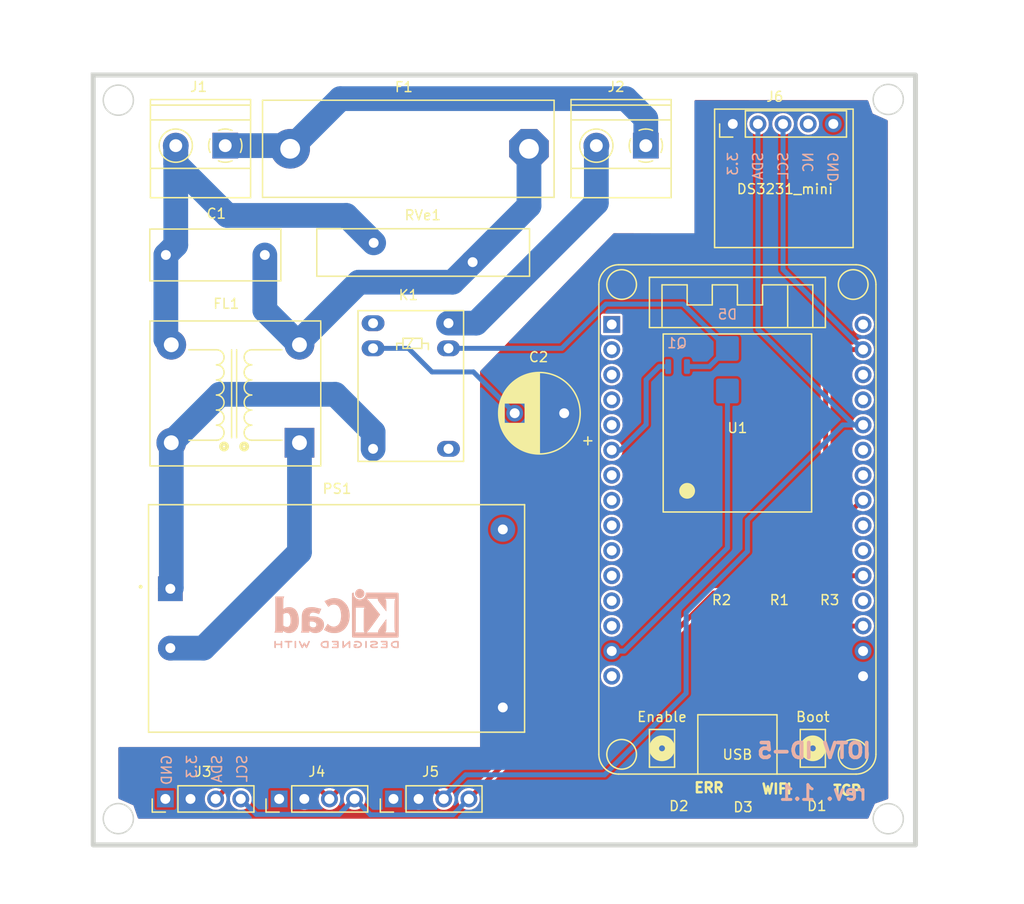
<source format=kicad_pcb>
(kicad_pcb (version 20221018) (generator pcbnew)
  (title_block (title "IOTV_ID-5") (date "2023-03-20") (company "Вербкин М.С."))
  (layers (0 "F.Cu" signal) (31 "B.Cu" signal) (34 "B.Paste" user) (35 "F.Paste" user) (36 "B.SilkS" user "B.Silkscreen") (37 "F.SilkS" user "F.Silkscreen") (38 "B.Mask" user) (39 "F.Mask" user) (44 "Edge.Cuts" user))
  (net 0 "")
  (net 1 "GND")
  (net 2 "+3V")
  (net 3 "RELEAY")
  (net 4 "~220")
  (net 5 "Net-(D2-A)")
  (net 6 "Net-(D3-A)")
  (net 7 "SDA")
  (net 8 "SCL")
  (net 9 "Net-(D1-A)")
  (net 10 "Net-(D5-K)")
  (net 12 "HLK-AC1{slash}J2-2")
  (net 13 "Реле-выход{slash}J2-1")
  (net 14 "J1-2")
  (net 15 "J1-1{slash}J2-1")
  (net 16 "HLK-AC2{slash}J1-2")
  (net 39 "Net-(U1-IO4)")
  (net 40 "Net-(U1-IO5)")
  (net 41 "Net-(U1-IO15)")
  (footprint "Capacitor_THT:C_Rect_L13.0mm_W5.0mm_P10.00mm_FKS3_FKP3_MKS4" (layer "F.Cu") (at 118.944 66.454 180)
    (fp_text reference "C1" (at 4.9 4.18) (layer "F.SilkS"))
    (fp_text value "C_Generic")
    (pad "1" thru_hole circle (at 0 0 180) (size 2 2) (drill 1) (layers "*.Cu" "*.Mask") (net 4 "~220"))
    (pad "2" thru_hole circle (at 10 0 180) (size 2 2) (drill 1) (layers "*.Cu" "*.Mask") (net 14 "J1-2"))
  )
  (footprint "LED_SMD:LED_0603_1608Metric" (layer "F.Cu") (at 163.83 122.174)
    (fp_text reference "D2" (at -3.048 0) (layer "F.SilkS"))
    (fp_text value "LED")
    (pad "1" smd roundrect (at -0.7875 0) (size 0.875 0.95) (layers "F.Cu" "F.Paste" "F.Mask") (net 1 "GND"))
    (pad "2" smd roundrect (at 0.7875 0) (size 0.875 0.95) (layers "F.Cu" "F.Paste" "F.Mask") (net 5 "Net-(D2-A)"))
  )
  (footprint "Connector_PinHeader_2.54mm:PinHeader_1x04_P2.54mm_Vertical" (layer "F.Cu") (at 108.894 121.454 90)
    (fp_text reference "J3" (at 2.75 3.8 180) (layer "F.SilkS"))
    (fp_text value "Conn_01x04")
    (pad "1" thru_hole rect (at 0 0 90) (size 1.7 1.7) (drill 1) (layers "*.Cu" "*.Mask") (net 1 "GND"))
    (pad "2" thru_hole oval (at 0 2.54 90) (size 1.7 1.7) (drill 1) (layers "*.Cu" "*.Mask") (net 2 "+3V"))
    (pad "3" thru_hole oval (at 0 5.08 90) (size 1.7 1.7) (drill 1) (layers "*.Cu" "*.Mask") (net 7 "SDA"))
    (pad "4" thru_hole oval (at 0 7.62 90) (size 1.7 1.7) (drill 1) (layers "*.Cu" "*.Mask") (net 8 "SCL"))
  )
  (footprint "Connector_PinHeader_2.54mm:PinHeader_1x04_P2.54mm_Vertical" (layer "F.Cu") (at 131.944 121.454 90)
    (fp_text reference "J5" (at 2.75 3.75 180) (layer "F.SilkS"))
    (fp_text value "Conn_01x04")
    (pad "1" thru_hole rect (at 0 0 90) (size 1.7 1.7) (drill 1) (layers "*.Cu" "*.Mask") (net 1 "GND"))
    (pad "2" thru_hole oval (at 0 2.54 90) (size 1.7 1.7) (drill 1) (layers "*.Cu" "*.Mask") (net 2 "+3V"))
    (pad "3" thru_hole oval (at 0 5.08 90) (size 1.7 1.7) (drill 1) (layers "*.Cu" "*.Mask") (net 7 "SDA"))
    (pad "4" thru_hole oval (at 0 7.62 90) (size 1.7 1.7) (drill 1) (layers "*.Cu" "*.Mask") (net 8 "SCL"))
  )
  (footprint "PCM_Resistor_SMD_AKL:R_1206_3216Metric" (layer "F.Cu") (at 176.022 105.41 -90)
    (fp_text reference "R3" (at -4.064 0 -180) (layer "F.SilkS"))
    (fp_text value "0R_0603" hide)
    (pad "1" smd roundrect (at -1.4625 0 270) (size 1.125 1.75) (layers "F.Cu" "F.Paste" "F.Mask") (roundrect_rratio 0.2222222222) (net 41 "Net-(U1-IO15)"))
    (pad "2" smd roundrect (at 1.4625 0 270) (size 1.125 1.75) (layers "F.Cu" "F.Paste" "F.Mask") (roundrect_rratio 0.2222222222) (net 9 "Net-(D1-A)"))
  )
  (footprint "Fuse:Fuseholder_Cylinder-5x20mm_Schurter_0031_8201_Horizontal_Open_v2" (layer "F.Cu") (at 121.506 55.719)
    (fp_text reference "F1" (at 11.489 -6.241) (layer "F.SilkS"))
    (fp_text value "0.5")
    (pad "1" thru_hole circle (at 0 0) (size 4 4) (drill 2) (layers "*.Cu" "*.Mask") (net 15 "J1-1{slash}J2-1"))
    (pad "2" thru_hole custom (at 24.13 0) (size 4 4) (drill 2) (layers "*.Cu" "*.Mask") (net 4 "~220") (options (clearance convexhull) (anchor circle)) (primitives (gr_poly (pts (xy 1.95 0.807717) (xy 0.807717 1.95) (xy -0.807717 1.95) (xy -1.95 0.807717) (xy -1.95 -0.807717) (xy -0.807717 -1.95) (xy 0.807717 -1.95) (xy 1.95 -0.807717)) (width 0.1) (fill yes))))
  )
  (footprint "Converter_ACDC:CONV_HLK-5M05" (layer "F.Cu") (at 126.194 103.204)
    (fp_text reference "PS1" (at 0.044 -13.1102) (layer "F.SilkS"))
    (fp_text value "HLK-5M05")
    (pad "1" thru_hole rect (at -16.8 -3) (size 2.5 2.5) (drill 1) (layers "*.Cu" "*.Mask") (net 16 "HLK-AC2{slash}J1-2"))
    (pad "2" thru_hole circle (at -16.8 3) (size 2.5 2.5) (drill 1) (layers "*.Cu" "*.Mask") (net 12 "HLK-AC1{slash}J2-2"))
    (pad "3" thru_hole circle (at 16.8 -9) (size 2.5 2.5) (drill 1) (layers "*.Cu" "*.Mask") (net 1 "GND"))
    (pad "4" thru_hole circle (at 16.8 9) (size 2.5 2.5) (drill 1) (layers "*.Cu" "*.Mask") (net 2 "+3V"))
  )
  (footprint "LED_SMD:LED_0603_1608Metric" (layer "F.Cu") (at 177.8 122.174)
    (fp_text reference "D1" (at -3.07 -0.01) (layer "F.SilkS"))
    (fp_text value "LED")
    (pad "1" smd roundrect (at -0.7875 0) (size 0.875 0.95) (layers "F.Cu" "F.Paste" "F.Mask") (net 1 "GND"))
    (pad "2" smd roundrect (at 0.7875 0) (size 0.875 0.95) (layers "F.Cu" "F.Paste" "F.Mask") (net 9 "Net-(D1-A)"))
  )
  (footprint "PCM_Resistor_SMD_AKL:R_1206_3216Metric" (layer "F.Cu") (at 165.1 105.41 -90)
    (fp_text reference "R2" (at -4.064 0 -180) (layer "F.SilkS"))
    (fp_text value "0R_0603" hide)
    (pad "1" smd roundrect (at -1.4625 0 270) (size 1.125 1.75) (layers "F.Cu" "F.Paste" "F.Mask") (roundrect_rratio 0.2222222222) (net 40 "Net-(U1-IO5)"))
    (pad "2" smd roundrect (at 1.4625 0 270) (size 1.125 1.75) (layers "F.Cu" "F.Paste" "F.Mask") (roundrect_rratio 0.2222222222) (net 5 "Net-(D2-A)"))
  )
  (footprint "TerminalBlock_Phoenix:TerminalBlock_Phoenix_MKDS-1,5-2_1x02_P5.00mm_Horizontal" (layer "F.Cu") (at 114.944 55.399 180)
    (fp_text reference "J1" (at 2.691 5.945) (layer "F.SilkS"))
    (fp_text value "Screw_Terminal_01x02")
    (pad "1" thru_hole rect (at 0 0 180) (size 2.6 2.6) (drill 1.3) (layers "*.Cu" "*.Mask") (net 15 "J1-1{slash}J2-1"))
    (pad "2" thru_hole circle (at 5 0 180) (size 2.6 2.6) (drill 1.3) (layers "*.Cu" "*.Mask") (net 14 "J1-2"))
  )
  (footprint "Connector_PinHeader_2.54mm:PinHeader_1x04_P2.54mm_Vertical" (layer "F.Cu") (at 120.394 121.454 90)
    (fp_text reference "J4" (at 2.75 3.8 180) (layer "F.SilkS"))
    (fp_text value "Conn_01x04")
    (pad "1" thru_hole rect (at 0 0 90) (size 1.7 1.7) (drill 1) (layers "*.Cu" "*.Mask") (net 1 "GND"))
    (pad "2" thru_hole oval (at 0 2.54 90) (size 1.7 1.7) (drill 1) (layers "*.Cu" "*.Mask") (net 2 "+3V"))
    (pad "3" thru_hole oval (at 0 5.08 90) (size 1.7 1.7) (drill 1) (layers "*.Cu" "*.Mask") (net 7 "SDA"))
    (pad "4" thru_hole oval (at 0 7.62 90) (size 1.7 1.7) (drill 1) (layers "*.Cu" "*.Mask") (net 8 "SCL"))
  )
  (footprint "esp32_devkit_v1_doit:esp32_devkit_v1_doit" (layer "F.Cu") (at 166.7002 73.4822)
    (fp_text reference "U1" (at 0 10.47) (layer "F.SilkS"))
    (fp_text value "ESP32_DevKit_V1_DOIT")
    (fp_text user "USB" (at 0 43.49) (layer "F.SilkS"))
    (fp_text user "Enable" (at -7.62 39.68) (layer "F.SilkS"))
    (fp_text user "Boot" (at 7.62 39.68) (layer "F.SilkS"))
    (pad "1" thru_hole rect (at -12.7 0) (size 1.7 1.7) (drill 1) (layers "*.Cu" "*.Mask"))
    (pad "2" thru_hole circle (at -12.7 2.54) (size 1.7 1.7) (drill 1) (layers "*.Cu" "*.Mask"))
    (pad "3" thru_hole circle (at -12.7 5.08) (size 1.7 1.7) (drill 1) (layers "*.Cu" "*.Mask"))
    (pad "4" thru_hole circle (at -12.7 7.62) (size 1.7 1.7) (drill 1) (layers "*.Cu" "*.Mask"))
    (pad "5" thru_hole circle (at -12.7 10.16) (size 1.7 1.7) (drill 1) (layers "*.Cu" "*.Mask"))
    (pad "6" thru_hole circle (at -12.7 12.7) (size 1.7 1.7) (drill 1) (layers "*.Cu" "*.Mask") (net 3 "RELEAY"))
    (pad "7" thru_hole circle (at -12.7 15.24) (size 1.7 1.7) (drill 1) (layers "*.Cu" "*.Mask"))
    (pad "8" thru_hole circle (at -12.7 17.78) (size 1.7 1.7) (drill 1) (layers "*.Cu" "*.Mask"))
    (pad "9" thru_hole circle (at -12.7 20.32) (size 1.7 1.7) (drill 1) (layers "*.Cu" "*.Mask"))
    (pad "10" thru_hole circle (at -12.7 22.86) (size 1.7 1.7) (drill 1) (layers "*.Cu" "*.Mask"))
    (pad "11" thru_hole circle (at -12.7 25.4) (size 1.7 1.7) (drill 1) (layers "*.Cu" "*.Mask"))
    (pad "12" thru_hole circle (at -12.7 27.94) (size 1.7 1.7) (drill 1) (layers "*.Cu" "*.Mask"))
    (pad "13" thru_hole circle (at -12.7 30.48) (size 1.7 1.7) (drill 1) (layers "*.Cu" "*.Mask"))
    (pad "14" thru_hole circle (at -12.7 33.02) (size 1.7 1.7) (drill 1) (layers "*.Cu" "*.Mask") (net 1 "GND"))
    (pad "15" thru_hole circle (at -12.7 35.56) (size 1.7 1.7) (drill 1) (layers "*.Cu" "*.Mask"))
    (pad "16" thru_hole circle (at 12.7 35.56) (size 1.7 1.7) (drill 1) (layers "*.Cu" "*.Mask") (net 2 "+3V"))
    (pad "17" thru_hole circle (at 12.7 33.02) (size 1.7 1.7) (drill 1) (layers "*.Cu" "*.Mask") (net 1 "GND"))
    (pad "18" thru_hole circle (at 12.7 30.48) (size 1.7 1.7) (drill 1) (layers "*.Cu" "*.Mask") (net 41 "Net-(U1-IO15)"))
    (pad "19" thru_hole circle (at 12.7 27.94) (size 1.7 1.7) (drill 1) (layers "*.Cu" "*.Mask"))
    (pad "20" thru_hole circle (at 12.7 25.4) (size 1.7 1.7) (drill 1) (layers "*.Cu" "*.Mask") (net 39 "Net-(U1-IO4)"))
    (pad "21" thru_hole circle (at 12.7 22.86) (size 1.7 1.7) (drill 1) (layers "*.Cu" "*.Mask"))
    (pad "22" thru_hole circle (at 12.7 20.32) (size 1.7 1.7) (drill 1) (layers "*.Cu" "*.Mask"))
    (pad "23" thru_hole circle (at 12.7 17.78) (size 1.7 1.7) (drill 1) (layers "*.Cu" "*.Mask") (net 40 "Net-(U1-IO5)"))
    (pad "24" thru_hole circle (at 12.7 15.24) (size 1.7 1.7) (drill 1) (layers "*.Cu" "*.Mask"))
    (pad "25" thru_hole circle (at 12.7 12.7) (size 1.7 1.7) (drill 1) (layers "*.Cu" "*.Mask"))
    (pad "26" thru_hole circle (at 12.7 10.16) (size 1.7 1.7) (drill 1) (layers "*.Cu" "*.Mask") (net 7 "SDA"))
    (pad "27" thru_hole circle (at 12.7 7.62) (size 1.7 1.7) (drill 1) (layers "*.Cu" "*.Mask"))
    (pad "28" thru_hole circle (at 12.7 5.08) (size 1.7 1.7) (drill 1) (layers "*.Cu" "*.Mask"))
    (pad "29" thru_hole circle (at 12.7 2.54) (size 1.7 1.7) (drill 1) (layers "*.Cu" "*.Mask") (net 8 "SCL"))
    (pad "30" thru_hole circle (at 12.7 0) (size 1.7 1.7) (drill 1) (layers "*.Cu" "*.Mask"))
  )
  (footprint "Relay_THT:Relay_SPDT_HJR-4102" (layer "F.Cu") (at 137.504 86.054 180)
    (fp_text reference "K1" (at 4.056 15.546) (layer "F.SilkS"))
    (fp_text value "TIANBO-HJR-4102-L")
    (pad "1" thru_hole oval (at 0 0 180) (size 2.3 1.6) (drill 1) (layers "*.Cu" "*.Mask"))
    (pad "5" thru_hole oval (at 0 10.16 180) (size 2.3 1.6) (drill 1) (layers "*.Cu" "*.Mask") (net 10 "Net-(D5-K)"))
    (pad "6" thru_hole oval (at 0 12.7 180) (size 2.3 1.6) (drill 1) (layers "*.Cu" "*.Mask") (net 13 "Реле-выход{slash}J2-1"))
    (pad "7" thru_hole oval (at 7.62 12.7 180) (size 2.3 1.6) (drill 1) (layers "*.Cu" "*.Mask"))
    (pad "8" thru_hole oval (at 7.62 10.16 180) (size 2.3 1.6) (drill 1) (layers "*.Cu" "*.Mask") (net 1 "GND"))
    (pad "12" thru_hole oval (at 7.62 0 180) (size 2.3 1.6) (drill 1) (layers "*.Cu" "*.Mask") (net 16 "HLK-AC2{slash}J1-2"))
  )
  (footprint "PCM_Resistor_SMD_AKL:R_1206_3216Metric" (layer "F.Cu") (at 170.942 105.41 -90)
    (fp_text reference "R1" (at -4.064 0 -180) (layer "F.SilkS"))
    (fp_text value "0R_0603" hide)
    (pad "1" smd roundrect (at -1.4625 0 270) (size 1.125 1.75) (layers "F.Cu" "F.Paste" "F.Mask") (roundrect_rratio 0.2222222222) (net 39 "Net-(U1-IO4)"))
    (pad "2" smd roundrect (at 1.4625 0 270) (size 1.125 1.75) (layers "F.Cu" "F.Paste" "F.Mask") (roundrect_rratio 0.2222222222) (net 6 "Net-(D3-A)"))
  )
  (footprint "Capacitor_THT:CP_Radial_D8.0mm_P5.00mm" (layer "F.Cu") (at 149.194 82.454 180)
    (fp_text reference "C2" (at 2.5852 5.6698 180) (layer "F.SilkS"))
    (fp_text value "C_Generic")
    (pad "1" thru_hole rect (at 0 0 180) (size 1.7 1.7) (drill 1) (layers "*.Cu" "*.Mask") (net 2 "+3V"))
    (pad "2" thru_hole circle (at 5 0 180) (size 1.7 1.7) (drill 1) (layers "*.Cu" "*.Mask") (net 1 "GND"))
  )
  (footprint "PCM_Inductor_THT_AKL:L_CommonMode_Toroid_Vertical_10x13mm" (layer "F.Cu") (at 122.444 85.4387 180)
    (fp_text reference "FL1" (at 7.4 14.05475 180) (layer "F.SilkS"))
    (fp_text value "Filter_EMI_LL" hide)
    (pad "1" thru_hole rect (at 0 0 180) (size 3 3) (drill 1.5) (layers "*.Cu" "*.Mask") (net 12 "HLK-AC1{slash}J2-2"))
    (pad "2" thru_hole circle (at 0 9.906 180) (size 3 3) (drill 1.5) (layers "*.Cu" "*.Mask") (net 4 "~220"))
    (pad "3" thru_hole circle (at 12.954 9.906 180) (size 3 3) (drill 1.5) (layers "*.Cu" "*.Mask") (net 14 "J1-2"))
    (pad "4" thru_hole circle (at 12.954 0 180) (size 3 3) (drill 1.5) (layers "*.Cu" "*.Mask") (net 16 "HLK-AC2{slash}J1-2"))
  )
  (footprint "TerminalBlock_Phoenix:TerminalBlock_Phoenix_MKDS-1,5-2_1x02_P5.00mm_Horizontal" (layer "F.Cu") (at 157.464 55.379 180)
    (fp_text reference "J2" (at 3.02 5.925 180) (layer "F.SilkS"))
    (fp_text value "Screw_Terminal_01x02")
    (pad "1" thru_hole rect (at 0.02 -0.02 180) (size 2.6 2.6) (drill 1.3) (layers "*.Cu" "*.Mask") (net 15 "J1-1{slash}J2-1"))
    (pad "2" thru_hole circle (at 5.02 -0.02 180) (size 2.6 2.6) (drill 1.3) (layers "*.Cu" "*.Mask") (net 13 "Реле-выход{slash}J2-1"))
  )
  (footprint "Connector_PinHeader_2.54mm:PinHeader_1x05_P2.54mm_Vertical" (layer "F.Cu") (at 166.234 53.204 90)
    (fp_text reference "J6" (at 2.75 4.25 180) (layer "F.SilkS"))
    (fp_text value "Conn_01x05")
    (pad "1" thru_hole rect (at 0 0 90) (size 1.7 1.7) (drill 1) (layers "*.Cu" "*.Mask") (net 2 "+3V"))
    (pad "2" thru_hole oval (at 0 2.54 90) (size 1.7 1.7) (drill 1) (layers "*.Cu" "*.Mask") (net 7 "SDA"))
    (pad "3" thru_hole oval (at 0 5.08 90) (size 1.7 1.7) (drill 1) (layers "*.Cu" "*.Mask") (net 8 "SCL"))
    (pad "4" thru_hole oval (at 0 7.62 90) (size 1.7 1.7) (drill 1) (layers "*.Cu" "*.Mask"))
    (pad "5" thru_hole oval (at 0 10.16 90) (size 1.7 1.7) (drill 1) (layers "*.Cu" "*.Mask") (net 1 "GND"))
  )
  (footprint "Varistor:RV_Disc_D21.5mm_W4.8mm_P10mm" (layer "F.Cu") (at 139.944 67.179 180)
    (fp_text reference "RVe1" (at 5.04 4.745 180) (layer "F.SilkS"))
    (fp_text value "Varistor")
    (pad "1" thru_hole circle (at 0 0 180) (size 2 2) (drill 1) (layers "*.Cu" "*.Mask") (net 4 "~220"))
    (pad "2" thru_hole circle (at 10 1.95 180) (size 2 2) (drill 1) (layers "*.Cu" "*.Mask") (net 14 "J1-2"))
  )
  (footprint "LED_SMD:LED_0603_1608Metric" (layer "F.Cu") (at 170.6625 122.264)
    (fp_text reference "D3" (at -3.3875 0.02) (layer "F.SilkS"))
    (fp_text value "LED")
    (pad "1" smd roundrect (at -0.7875 0) (size 0.875 0.95) (layers "F.Cu" "F.Paste" "F.Mask") (net 1 "GND"))
    (pad "2" smd roundrect (at 0.7875 0) (size 0.875 0.95) (layers "F.Cu" "F.Paste" "F.Mask") (net 6 "Net-(D3-A)"))
  )
  (footprint "Symbol:KiCad-Logo2_5mm_SilkScreen" (layer "B.Cu") (at 126.194 103.204 180)
    (fp_text reference "REF**" hide)
    (fp_text value "KiCad-Logo2_5mm_SilkScreen" hide)
  )
  (footprint "Package_TO_SOT_SMD:SOT-23" (layer "B.Cu") (at 160.654 78.674 -90)
    (fp_text reference "Q1" (at -3.3 0.06) (layer "B.SilkS") (effects (justify mirror)))
    (fp_text value "MMBT3904")
    (pad "1" smd roundrect (at -0.9375 0.95 270) (size 1.475 0.6) (layers "B.Cu" "B.Paste" "B.Mask") (net 3 "RELEAY"))
    (pad "2" smd roundrect (at -0.9375 -0.95 270) (size 1.475 0.6) (layers "B.Cu" "B.Paste" "B.Mask") (net 10 "Net-(D5-K)"))
    (pad "3" smd roundrect (at 0.9375 0 270) (size 1.475 0.6) (layers "B.Cu" "B.Paste" "B.Mask") (net 2 "+3V"))
  )
  (footprint "Diode_SMD:D_SMB" (layer "B.Cu") (at 165.694 78.054 -90)
    (fp_text reference "D5" (at -5.588 0) (layer "B.SilkS") (effects (justify mirror)))
    (fp_text value "SS26")
    (pad "1" smd roundrect (at -2.15 0 270) (size 2.5 2.3) (layers "B.Cu" "B.Paste" "B.Mask") (roundrect_rratio 0.1086956522) (net 10 "Net-(D5-K)"))
    (pad "2" smd roundrect (at 2.15 0 270) (size 2.5 2.3) (layers "B.Cu" "B.Paste" "B.Mask") (roundrect_rratio 0.1086956522) (net 1 "GND"))
  )
  (gr_line (start 164.394 65.704) (end 164.394 51.704) (stroke (width 0.15)) (layer "F.SilkS"))
  (gr_line (start 178.394 51.704) (end 178.394 65.704) (stroke (width 0.15)) (layer "F.SilkS"))
  (gr_line (start 164.394 51.704) (end 178.394 51.704) (stroke (width 0.15)) (layer "F.SilkS"))
  (gr_line (start 178.394 65.704) (end 164.394 65.704) (stroke (width 0.15)) (layer "F.SilkS"))
  (gr_circle (center 104.14 123.444) (end 105.664 123.444) (stroke (width 0.15)) (fill none) (layer "Edge.Cuts"))
  (gr_rect (start 101.6 48.26) (end 184.694 126.104) (stroke (width 0.5)) (fill none) (layer "Edge.Cuts"))
  (gr_circle (center 104.14 50.8) (end 105.664 50.8) (stroke (width 0.15)) (fill none) (layer "Edge.Cuts"))
  (gr_circle (center 181.944 123.454) (end 183.468 123.454) (stroke (width 0.15)) (fill none) (layer "Edge.Cuts"))
  (gr_circle (center 181.944 50.728) (end 183.468 50.728) (stroke (width 0.15)) (fill none) (layer "Edge.Cuts"))
  (gr_text "rev. 1.1" (at 179.944 121.704) (layer "B.SilkS") (effects (font (size 1.5 1.5) (thickness 0.3) bold) (justify left bottom mirror)))
  (gr_text "SCL" (at 171.904 55.954 90) (layer "B.SilkS") (effects (font (size 1 1)) (justify left bottom mirror)))
  (gr_text "IOTV ID-5" (at 174.444 117.454) (layer "B.SilkS") (effects (font (size 1.5 1.5) (thickness 0.375) bold) (justify bottom mirror)))
  (gr_text "SDA" (at 114.694 116.904 90) (layer "B.SilkS") (effects (font (size 1 1)) (justify left bottom mirror)))
  (gr_text "GND" (at 109.614 116.904 90) (layer "B.SilkS") (effects (font (size 1 1)) (justify left bottom mirror)))
  (gr_text "3.3" (at 112.154 116.904 90) (layer "B.SilkS") (effects (font (size 1 1)) (justify left bottom mirror)))
  (gr_text "SCL" (at 117.234 116.904 90) (layer "B.SilkS") (effects (font (size 1 1)) (justify left bottom mirror)))
  (gr_text "SDA" (at 169.364 55.954 90) (layer "B.SilkS") (effects (font (size 1 1)) (justify left bottom mirror)))
  (gr_text "3.3" (at 166.824 55.954 90) (layer "B.SilkS") (effects (font (size 1 1)) (justify left bottom mirror)))
  (gr_text "GND" (at 176.984 55.954 90) (layer "B.SilkS") (effects (font (size 1 1)) (justify left bottom mirror)))
  (gr_text "NC" (at 174.444 55.954 90) (layer "B.SilkS") (effects (font (size 1 1)) (justify left bottom mirror)))
  (gr_text "ERR" (at 163.83 120.904) (layer "F.SilkS") (effects (font (size 1 1) (thickness 1) bold) (justify bottom)))
  (gr_text "TCP" (at 177.8 121.158) (layer "F.SilkS") (effects (font (size 1 1) (thickness 1) bold) (justify bottom)))
  (gr_text "WIFI" (at 170.68 121.034) (layer "F.SilkS") (effects (font (size 1 1) (thickness 1) bold) (justify bottom)))
  (gr_text "DS3231_mini" (at 171.5008 59.7916) (layer "F.SilkS") (effects (font (size 1 1))))
  (segment (start 129.884 75.894) (end 133.45 75.894) (width 0.5) (layer "B.Cu") (net 1))
  (segment (start 135.839 78.2828) (end 140.023 78.2828) (width 0.5) (layer "B.Cu") (net 1))
  (segment (start 133.45 75.894) (end 135.839 78.2828) (width 0.5) (layer "B.Cu") (net 1))
  (segment (start 165.694 80.204) (end 165.694 96.064) (width 0.5) (layer "B.Cu") (net 1))
  (segment (start 155.256 106.502) (end 154.0002 106.502) (width 0.5) (layer "B.Cu") (net 1))
  (segment (start 165.694 96.064) (end 155.256 106.502) (width 0.5) (layer "B.Cu") (net 1))
  (segment (start 154.0002 106.5022) (end 154.0002 106.502) (width 0.5) (layer "B.Cu") (net 1))
  (segment (start 140.023 78.2828) (end 144.194 82.454) (width 0.5) (layer "B.Cu") (net 1))
  (segment (start 154.0002 106.502) (end 154 106.502) (width 0.5) (layer "B.Cu") (net 1))
  (segment (start 154.889 86.1822) (end 154.0002 86.1822) (width 0.5) (layer "B.Cu") (net 3))
  (segment (start 158.814 77.7365) (end 157.48 79.0702) (width 0.5) (layer "B.Cu") (net 3))
  (segment (start 159.704 77.7365) (end 158.814 77.7365) (width 0.5) (layer "B.Cu") (net 3))
  (segment (start 154.0002 86.1822) (end 154 86.1822) (width 0.5) (layer "B.Cu") (net 3))
  (segment (start 157.48 83.5914) (end 154.889 86.1822) (width 0.5) (layer "B.Cu") (net 3))
  (segment (start 157.48 79.0702) (end 157.48 83.5914) (width 0.5) (layer "B.Cu") (net 3))
  (segment (start 122.444 75.5327) (end 122.444 75.5328) (width 2.5) (layer "B.Cu") (net 4))
  (segment (start 122.444 75.204) (end 122.444 75.5327) (width 2.5) (layer "B.Cu") (net 4))
  (segment (start 137.919 69.204) (end 128.444 69.204) (width 2.5) (layer "B.Cu") (net 4))
  (segment (start 145.636 55.719) (end 145.636 61.487) (width 2.5) (layer "B.Cu") (net 4))
  (segment (start 145.636 61.487) (end 139.944 67.179) (width 2.5) (layer "B.Cu") (net 4))
  (segment (start 122.444 75.5328) (end 118.944 72.0328) (width 2.5) (layer "B.Cu") (net 4))
  (segment (start 139.944 67.179) (end 137.919 69.204) (width 2.5) (layer "B.Cu") (net 4))
  (segment (start 128.444 69.204) (end 122.444 75.204) (width 2.5) (layer "B.Cu") (net 4))
  (segment (start 118.944 72.0328) (end 118.944 66.454) (width 2.5) (layer "B.Cu") (net 4))
  (segment (start 165.1 109.347) (end 165.1 106.8725) (width 0.5) (layer "F.Cu") (net 5))
  (segment (start 164.618 116.002) (end 164.618 109.83) (width 0.5) (layer "F.Cu") (net 5))
  (segment (start 164.618 122.174) (end 164.618 116.002) (width 0.5) (layer "F.Cu") (net 5))
  (segment (start 164.618 109.83) (end 165.1 109.347) (width 0.5) (layer "F.Cu") (net 5))
  (segment (start 165.1 106.8725) (end 165.1 106.872) (width 0.5) (layer "F.Cu") (net 5))
  (segment (start 164.6175 116.0025) (end 164.6175 122.174) (width 0.5) (layer "F.Cu") (net 5))
  (segment (start 164.618 116.002) (end 164.6175 116.0025) (width 0.5) (layer "F.Cu") (net 5))
  (segment (start 171.45 122.264) (end 171.45 108.991) (width 0.5) (layer "F.Cu") (net 6))
  (segment (start 171.45 108.991) (end 170.942 108.483) (width 0.5) (layer "F.Cu") (net 6))
  (segment (start 170.942 106.872) (end 170.942 106.8725) (width 0.5) (layer "F.Cu") (net 6))
  (segment (start 170.942 108.483) (end 170.942 106.8725) (width 0.5) (layer "F.Cu") (net 6))
  (segment (start 115.584 119.844) (end 123.864 119.844) (width 0.5) (layer "F.Cu") (net 7))
  (segment (start 113.974 121.454) (end 115.584 119.844) (width 0.5) (layer "F.Cu") (net 7))
  (segment (start 137.024 121.454) (end 135.414 119.844) (width 0.5) (layer "F.Cu") (net 7))
  (segment (start 127.084 119.844) (end 125.474 121.454) (width 0.5) (layer "F.Cu") (net 7))
  (segment (start 123.864 119.844) (end 125.474 121.454) (width 0.5) (layer "F.Cu") (net 7))
  (segment (start 135.414 119.844) (end 127.084 119.844) (width 0.5) (layer "F.Cu") (net 7))
  (segment (start 178.46 83.6422) (end 179.4002 83.6422) (width 0.5) (layer "B.Cu") (net 7))
  (segment (start 137.024 121.234) (end 139.244 119.014) (width 0.5) (layer "B.Cu") (net 7))
  (segment (start 137.024 121.454) (end 137.024 121.234) (width 0.5) (layer "B.Cu") (net 7))
  (segment (start 168.774 73.9558) (end 168.774 53.204) (width 0.5) (layer "B.Cu") (net 7))
  (segment (start 177.343 83.6422) (end 178.46 83.6422) (width 0.5) (layer "B.Cu") (net 7))
  (segment (start 167.716 96.4184) (end 167.716 93.2688) (width 0.5) (layer "B.Cu") (net 7))
  (segment (start 178.46 83.6422) (end 168.774 73.9558) (width 0.5) (layer "B.Cu") (net 7))
  (segment (start 139.244 119.014) (end 153.274 119.014) (width 0.5) (layer "B.Cu") (net 7))
  (segment (start 167.716 93.2688) (end 177.343 83.6422) (width 0.5) (layer "B.Cu") (net 7))
  (segment (start 161.519 110.769) (end 161.519 102.616) (width 0.5) (layer "B.Cu") (net 7))
  (segment (start 161.519 102.616) (end 167.716 96.4184) (width 0.5) (layer "B.Cu") (net 7))
  (segment (start 153.274 119.014) (end 161.519 110.769) (width 0.5) (layer "B.Cu") (net 7))
  (segment (start 179.4 76.0222) (end 179.4002 76.0222) (width 0.5) (layer "F.Cu") (net 8))
  (segment (start 175.616 91.4337) (end 175.616 78.105) (width 0.5) (layer "F.Cu") (net 8))
  (segment (start 164.317 100.635) (end 166.415 100.635) (width 0.5) (layer "F.Cu") (net 8))
  (segment (start 175.616 78.105) (end 177.698 76.0222) (width 0.5) (layer "F.Cu") (net 8))
  (segment (start 139.564 121.454) (end 145.854 115.164) (width 0.5) (layer "F.Cu") (net 8))
  (segment (start 149.788 115.164) (end 164.317 100.635) (width 0.5) (layer "F.Cu") (net 8))
  (segment (start 177.698 76.0222) (end 179.4 76.0222) (width 0.5) (layer "F.Cu") (net 8))
  (segment (start 145.854 115.164) (end 149.788 115.164) (width 0.5) (layer "F.Cu") (net 8))
  (segment (start 166.415 100.635) (end 175.616 91.4337) (width 0.5) (layer "F.Cu") (net 8))
  (segment (start 126.454 123.014) (end 128.014 121.454) (width 0.5) (layer "B.Cu") (net 8))
  (segment (start 118.074 123.014) (end 126.454 123.014) (width 0.5) (layer "B.Cu") (net 8))
  (segment (start 171.314 67.936) (end 171.314 53.204) (width 0.5) (layer "B.Cu") (net 8))
  (segment (start 137.964 123.054) (end 139.564 121.454) (width 0.5) (layer "B.Cu") (net 8))
  (segment (start 116.514 121.454) (end 118.074 123.014) (width 0.5) (layer "B.Cu") (net 8))
  (segment (start 129.614 123.054) (end 137.964 123.054) (width 0.5) (layer "B.Cu") (net 8))
  (segment (start 179.4 76.0222) (end 171.314 67.936) (width 0.5) (layer "B.Cu") (net 8))
  (segment (start 179.4002 76.0222) (end 179.4 76.0222) (width 0.5) (layer "B.Cu") (net 8))
  (segment (start 128.014 121.454) (end 129.614 123.054) (width 0.5) (layer "B.Cu") (net 8))
  (segment (start 178.588 116.967) (end 178.588 111.76) (width 0.5) (layer "F.Cu") (net 9))
  (segment (start 178.5875 116.9675) (end 178.5875 122.174) (width 0.5) (layer "F.Cu") (net 9))
  (segment (start 176.022 109.195) (end 176.022 106.8725) (width 0.5) (layer "F.Cu") (net 9))
  (segment (start 178.588 122.174) (end 178.588 116.967) (width 0.5) (layer "F.Cu") (net 9))
  (segment (start 178.588 116.967) (end 178.5875 116.9675) (width 0.5) (layer "F.Cu") (net 9))
  (segment (start 176.022 106.8725) (end 176.022 106.872) (width 0.5) (layer "F.Cu") (net 9))
  (segment (start 178.588 111.76) (end 176.022 109.195) (width 0.5) (layer "F.Cu") (net 9))
  (segment (start 161.604 77.7365) (end 163.862 77.7365) (width 0.5) (layer "B.Cu") (net 10))
  (segment (start 153.416 71.4248) (end 148.947 75.894) (width 0.5) (layer "B.Cu") (net 10))
  (segment (start 165.694 75.904) (end 161.215 71.4248) (width 0.5) (layer "B.Cu") (net 10))
  (segment (start 148.947 75.894) (end 137.504 75.894) (width 0.5) (layer "B.Cu") (net 10))
  (segment (start 163.862 77.7365) (end 165.694 75.904) (width 0.5) (layer "B.Cu") (net 10))
  (segment (start 161.215 71.4248) (end 153.416 71.4248) (width 0.5) (layer "B.Cu") (net 10))
  (segment (start 109.394 106.204) (end 112.744 106.204) (width 2.5) (layer "B.Cu") (net 12))
  (segment (start 122.444 96.504) (end 122.444 85.4388) (width 2.5) (layer "B.Cu") (net 12))
  (segment (start 112.744 106.204) (end 122.444 96.504) (width 2.5) (layer "B.Cu") (net 12))
  (segment (start 140.304 73.344) (end 137.504 73.344) (width 2.5) (layer "B.Cu") (net 13))
  (segment (start 152.444 55.399) (end 152.444 61.204) (width 2.5) (layer "B.Cu") (net 13))
  (segment (start 152.444 61.204) (end 140.304 73.344) (width 2.5) (layer "B.Cu") (net 13))
  (segment (start 109.944 57.2375) (end 109.944 65.454) (width 2.5) (layer "B.Cu") (net 14))
  (segment (start 108.944 74.9868) (end 109.49 75.5328) (width 2.5) (layer "B.Cu") (net 14))
  (segment (start 109.944 65.454) (end 108.944 66.454) (width 2.5) (layer "B.Cu") (net 14))
  (segment (start 127.169 62.454) (end 115.161 62.454) (width 2.5) (layer "B.Cu") (net 14))
  (segment (start 109.944 55.399) (end 109.944 57.2375) (width 2.5) (layer "B.Cu") (net 14))
  (segment (start 109.944 57.2375) (end 109.944 55.399) (width 2.5) (layer "B.Cu") (net 14))
  (segment (start 115.161 62.454) (end 109.944 57.2375) (width 2.5) (layer "B.Cu") (net 14))
  (segment (start 129.944 65.229) (end 127.169 62.454) (width 2.5) (layer "B.Cu") (net 14))
  (segment (start 108.944 66.454) (end 108.944 74.9868) (width 2.5) (layer "B.Cu") (net 14))
  (segment (start 126.577 50.6476) (end 121.506 55.719) (width 2.5) (layer "B.Cu") (net 15))
  (segment (start 121.186 55.399) (end 121.506 55.719) (width 2.5) (layer "B.Cu") (net 15))
  (segment (start 157.444 52.669) (end 155.423 50.6476) (width 2.5) (layer "B.Cu") (net 15))
  (segment (start 114.944 55.399) (end 121.186 55.399) (width 2.5) (layer "B.Cu") (net 15))
  (segment (start 155.423 50.6476) (end 126.577 50.6476) (width 2.5) (layer "B.Cu") (net 15))
  (segment (start 157.444 55.399) (end 157.444 52.669) (width 2.5) (layer "B.Cu") (net 15))
  (segment (start 129.884 86.054) (end 129.884 84.3672) (width 2.5) (layer "B.Cu") (net 16))
  (segment (start 126.06 80.5434) (end 114.385 80.5434) (width 2.5) (layer "B.Cu") (net 16))
  (segment (start 109.49 85.4388) (end 109.49 100.108) (width 2.5) (layer "B.Cu") (net 16))
  (segment (start 109.49 100.108) (end 109.394 100.204) (width 2.5) (layer "B.Cu") (net 16))
  (segment (start 129.884 84.3672) (end 126.06 80.5434) (width 2.5) (layer "B.Cu") (net 16))
  (segment (start 114.385 80.5434) (end 109.49 85.4388) (width 2.5) (layer "B.Cu") (net 16))
  (segment (start 179.4 98.8822) (end 179.394 98.8881) (width 0.5) (layer "F.Cu") (net 39))
  (segment (start 179.3943 98.8881) (end 179.4002 98.8822) (width 0.5) (layer "F.Cu") (net 39))
  (segment (start 179.394 98.8881) (end 179.3943 98.8881) (width 0.5) (layer "F.Cu") (net 39))
  (segment (start 179.394 98.8881) (end 179.388 98.894) (width 0.5) (layer "F.Cu") (net 39))
  (segment (start 172.201 103.948) (end 170.942 103.948) (width 0.5) (layer "F.Cu") (net 39))
  (segment (start 170.942 103.9475) (end 170.942 103.948) (width 0.5) (layer "F.Cu") (net 39))
  (segment (start 177.255 98.894) (end 172.201 103.948) (width 0.5) (layer "F.Cu") (net 39))
  (segment (start 179.388 98.894) (end 177.255 98.894) (width 0.5) (layer "F.Cu") (net 39))
  (segment (start 179.273 91.2622) (end 166.588 103.948) (width 0.5) (layer "F.Cu") (net 40))
  (segment (start 179.4 91.2622) (end 179.4002 91.2622) (width 0.5) (layer "F.Cu") (net 40))
  (segment (start 179.4 91.2622) (end 179.273 91.2622) (width 0.5) (layer "F.Cu") (net 40))
  (segment (start 166.588 103.948) (end 165.1 103.948) (width 0.5) (layer "F.Cu") (net 40))
  (segment (start 165.1 103.9475) (end 165.1 103.948) (width 0.5) (layer "F.Cu") (net 40))
  (segment (start 179.394 103.968) (end 179.3944 103.968) (width 0.5) (layer "F.Cu") (net 41))
  (segment (start 179.4 103.962) (end 179.394 103.968) (width 0.5) (layer "F.Cu") (net 41))
  (segment (start 176.022 103.9475) (end 176.022 103.948) (width 0.5) (layer "F.Cu") (net 41))
  (segment (start 179.394 103.968) (end 179.388 103.974) (width 0.5) (layer "F.Cu") (net 41))
  (segment (start 179.3944 103.968) (end 179.4002 103.9622) (width 0.5) (layer "F.Cu") (net 41))
  (segment (start 179.388 103.974) (end 176.048 103.974) (width 0.5) (layer "F.Cu") (net 41))
  (segment (start 176.048 103.974) (end 176.022 103.948) (width 0.25) (layer "F.Cu") (net 41))
  (zone (net 1) (net_name "GND") (layer "F.Cu") (connect_pads yes (clearance 0.25)) (min_thickness 0.25) (fill yes (thermal_gap 0.5) (thermal_bridge_width 0.5) (smoothing chamfer))
    (polygon (pts (xy 104.14 50.804) (xy 142.817 50.758495) (xy 181.894 50.804) (xy 181.944 123.454) (xy 104.14 123.454)))
  )
  (zone (net 0) (net_name "") (layers "F&B.Cu") (connect_pads (clearance 0)) (min_thickness 0.25)
    (keepout (tracks allowed) (vias allowed) (pads allowed) (copperpour not_allowed) (footprints allowed))
    (fill (thermal_gap 0.5) (thermal_bridge_width 0.5))
    (polygon (pts (xy 104.14 123.454) (xy 106.14 123.454) (xy 105.667518 122.100482) (xy 104.14 121.422)))
  )
  (zone (net 0) (net_name "") (layers "F&B.Cu") (connect_pads (clearance 0)) (min_thickness 0.25)
    (keepout (tracks allowed) (vias allowed) (pads allowed) (copperpour not_allowed) (footprints allowed))
    (fill (thermal_gap 0.5) (thermal_bridge_width 0.5))
    (polygon (pts (xy 104.14 50.804) (xy 162.358 50.800211) (xy 162.358 64.262) (xy 158.23337 64.262) (xy 154.194 64.254205) (xy 140.694 78.204) (xy 140.694 81.204) (xy 140.694 90.954) (xy 140.694 116.204) (xy 113.302 116.204) (xy 104.14 116.204)))
  )
  (zone (net 0) (net_name "") (layers "F&B.Cu") (connect_pads (clearance 0)) (min_thickness 0.25)
    (keepout (tracks allowed) (vias allowed) (pads allowed) (copperpour not_allowed) (footprints allowed))
    (fill (thermal_gap 0.5) (thermal_bridge_width 0.5))
    (polygon (pts (xy 181.944 123.454) (xy 181.944 121.454) (xy 180.590482 121.926482) (xy 179.912 123.454)))
  )
  (zone (net 0) (net_name "") (layers "F&B.Cu") (connect_pads (clearance 0)) (min_thickness 0.25)
    (keepout (tracks allowed) (vias allowed) (pads allowed) (copperpour not_allowed) (footprints allowed))
    (fill (thermal_gap 0.5) (thermal_bridge_width 0.5))
    (polygon (pts (xy 181.894 50.804) (xy 179.894 50.804) (xy 180.366482 52.157518) (xy 181.894 52.836)))
  )
  (zone (net 2) (net_name "+3V") (layer "B.Cu") (priority 1) (connect_pads yes (clearance 0.25)) (min_thickness 0.25) (fill yes (thermal_gap 0.5) (thermal_bridge_width 0.5))
    (polygon (pts (xy 104.14 50.8) (xy 181.894 50.804) (xy 181.944 123.454) (xy 104.14 123.454)))
  )
)
</source>
